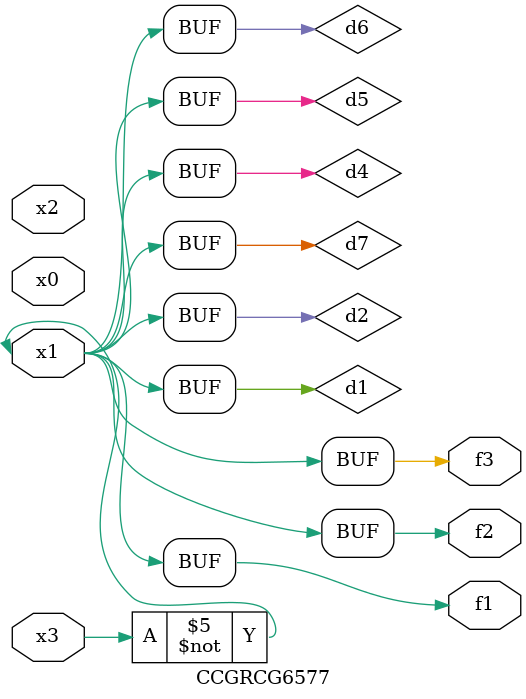
<source format=v>
module CCGRCG6577(
	input x0, x1, x2, x3,
	output f1, f2, f3
);

	wire d1, d2, d3, d4, d5, d6, d7;

	not (d1, x3);
	buf (d2, x1);
	xnor (d3, d1, d2);
	nor (d4, d1);
	buf (d5, d1, d2);
	buf (d6, d4, d5);
	nand (d7, d4);
	assign f1 = d6;
	assign f2 = d7;
	assign f3 = d6;
endmodule

</source>
